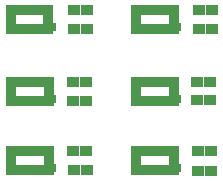
<source format=gbr>
G04 #@! TF.FileFunction,Soldermask,Top*
%FSLAX46Y46*%
G04 Gerber Fmt 4.6, Leading zero omitted, Abs format (unit mm)*
G04 Created by KiCad (PCBNEW 4.0.7-e2-6376~58~ubuntu16.04.1) date Tue Jul 31 21:03:08 2018*
%MOMM*%
%LPD*%
G01*
G04 APERTURE LIST*
%ADD10C,0.100000*%
%ADD11R,0.900000X0.900000*%
%ADD12R,0.650000X0.650000*%
%ADD13R,1.000000X0.900000*%
G04 APERTURE END LIST*
D10*
D11*
X148560000Y-104900000D03*
X147760000Y-104900000D03*
X146960000Y-104900000D03*
X146160000Y-104900000D03*
X145360000Y-104900000D03*
X145360000Y-104100000D03*
X145360000Y-103300000D03*
X146160000Y-103300000D03*
X146960000Y-103300000D03*
X147760000Y-103300000D03*
X148560000Y-103300000D03*
X148560000Y-104100000D03*
D12*
X148860000Y-104775000D03*
D13*
X150620000Y-105030000D03*
X151720000Y-105030000D03*
X150620000Y-103300000D03*
X151720000Y-103300000D03*
X150550000Y-98950000D03*
X151650000Y-98950000D03*
X150550000Y-97450000D03*
X151650000Y-97450000D03*
X150730000Y-92950000D03*
X151830000Y-92950000D03*
X140100000Y-104890000D03*
X141200000Y-104890000D03*
X150730000Y-91370000D03*
X151830000Y-91370000D03*
X140080000Y-103290000D03*
X141180000Y-103290000D03*
X140090000Y-99080000D03*
X141190000Y-99080000D03*
X140130000Y-92940000D03*
X141230000Y-92940000D03*
X140090000Y-97480000D03*
X141190000Y-97480000D03*
X140140000Y-91340000D03*
X141240000Y-91340000D03*
D11*
X148560000Y-99040000D03*
X147760000Y-99040000D03*
X146960000Y-99040000D03*
X146160000Y-99040000D03*
X145360000Y-99040000D03*
X145360000Y-98240000D03*
X145360000Y-97440000D03*
X146160000Y-97440000D03*
X146960000Y-97440000D03*
X147760000Y-97440000D03*
X148560000Y-97440000D03*
X148560000Y-98240000D03*
D12*
X148860000Y-98915000D03*
D11*
X148560000Y-92950000D03*
X147760000Y-92950000D03*
X146960000Y-92950000D03*
X146160000Y-92950000D03*
X145360000Y-92950000D03*
X145360000Y-92150000D03*
X145360000Y-91350000D03*
X146160000Y-91350000D03*
X146960000Y-91350000D03*
X147760000Y-91350000D03*
X148560000Y-91350000D03*
X148560000Y-92150000D03*
D12*
X148860000Y-92825000D03*
D11*
X137990000Y-104890000D03*
X137190000Y-104890000D03*
X136390000Y-104890000D03*
X135590000Y-104890000D03*
X134790000Y-104890000D03*
X134790000Y-104090000D03*
X134790000Y-103290000D03*
X135590000Y-103290000D03*
X136390000Y-103290000D03*
X137190000Y-103290000D03*
X137990000Y-103290000D03*
X137990000Y-104090000D03*
D12*
X138290000Y-104765000D03*
D11*
X137990000Y-99040000D03*
X137190000Y-99040000D03*
X136390000Y-99040000D03*
X135590000Y-99040000D03*
X134790000Y-99040000D03*
X134790000Y-98240000D03*
X134790000Y-97440000D03*
X135590000Y-97440000D03*
X136390000Y-97440000D03*
X137190000Y-97440000D03*
X137990000Y-97440000D03*
X137990000Y-98240000D03*
D12*
X138290000Y-98915000D03*
D11*
X137970000Y-92950000D03*
X137170000Y-92950000D03*
X136370000Y-92950000D03*
X135570000Y-92950000D03*
X134770000Y-92950000D03*
X134770000Y-92150000D03*
X134770000Y-91350000D03*
X135570000Y-91350000D03*
X136370000Y-91350000D03*
X137170000Y-91350000D03*
X137970000Y-91350000D03*
X137970000Y-92150000D03*
D12*
X138270000Y-92825000D03*
M02*

</source>
